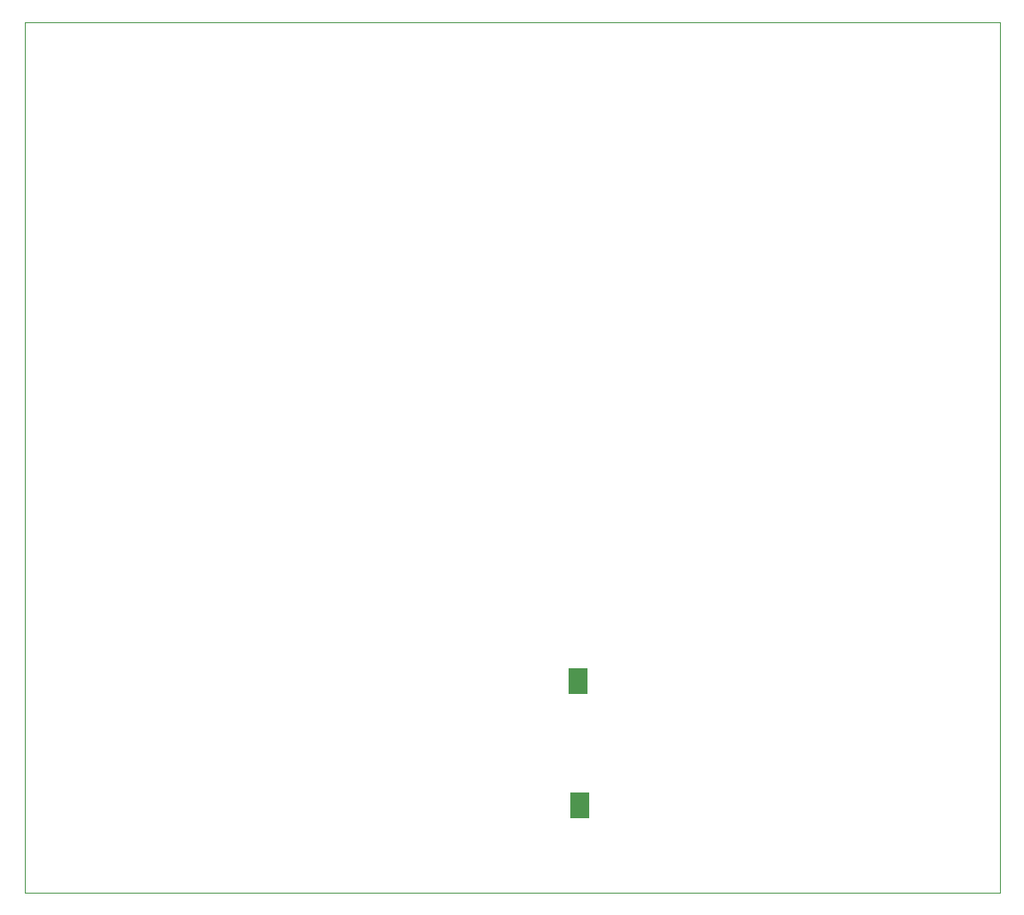
<source format=gko>
G04*
G04 #@! TF.GenerationSoftware,Altium Limited,Altium Designer,21.3.2 (30)*
G04*
G04 Layer_Color=16711935*
%FSLAX25Y25*%
%MOIN*%
G70*
G04*
G04 #@! TF.SameCoordinates,C802B3A6-08BF-4FCB-9CCF-05BD449E4A77*
G04*
G04*
G04 #@! TF.FilePolarity,Positive*
G04*
G01*
G75*
%ADD202C,0.00197*%
G36*
X211676Y38434D02*
X218976D01*
Y28434D01*
X211676D01*
Y38434D01*
D02*
G37*
G36*
X218299Y76996D02*
X210999D01*
Y86996D01*
X218299D01*
Y76996D01*
D02*
G37*
D202*
X-410Y338222D02*
X-410Y-593D01*
X-410Y338222D02*
X378555D01*
X378555Y-593D01*
X-410D02*
X378555D01*
M02*

</source>
